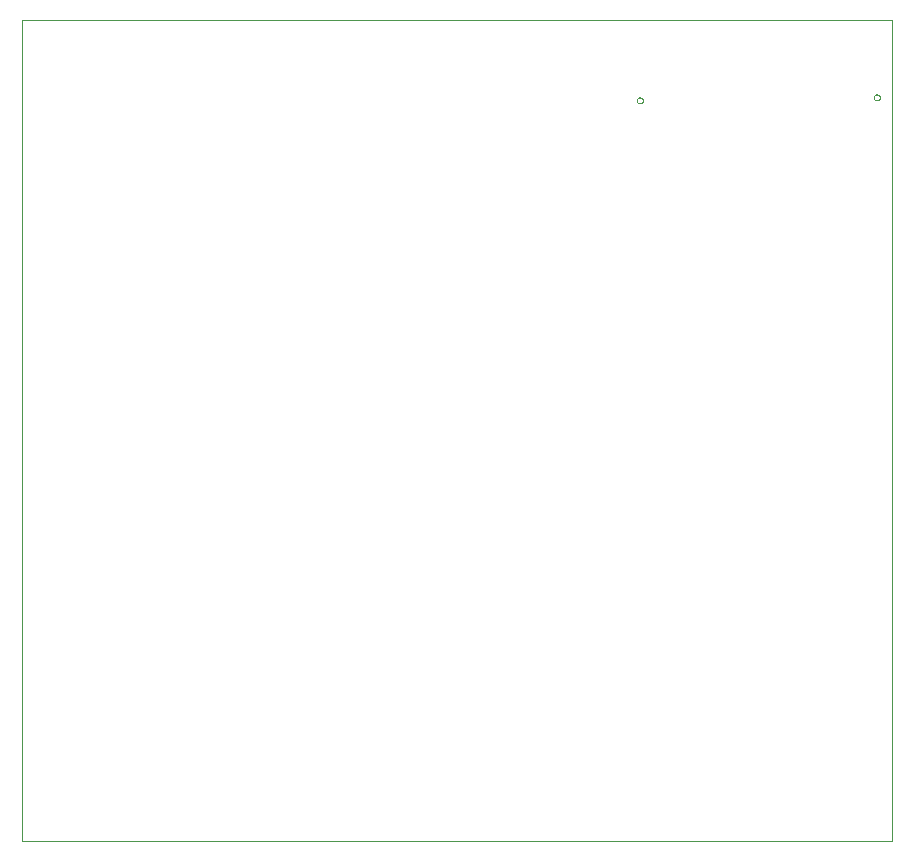
<source format=gko>
G75*
%MOIN*%
%OFA0B0*%
%FSLAX25Y25*%
%IPPOS*%
%LPD*%
%AMOC8*
5,1,8,0,0,1.08239X$1,22.5*
%
%ADD10C,0.00000*%
D10*
X0004167Y0001800D02*
X0004167Y0275501D01*
X0294088Y0275501D01*
X0294088Y0001800D01*
X0004167Y0001800D01*
X0209167Y0248800D02*
X0209169Y0248863D01*
X0209175Y0248925D01*
X0209185Y0248987D01*
X0209198Y0249049D01*
X0209216Y0249109D01*
X0209237Y0249168D01*
X0209262Y0249226D01*
X0209291Y0249282D01*
X0209323Y0249336D01*
X0209358Y0249388D01*
X0209396Y0249437D01*
X0209438Y0249485D01*
X0209482Y0249529D01*
X0209530Y0249571D01*
X0209579Y0249609D01*
X0209631Y0249644D01*
X0209685Y0249676D01*
X0209741Y0249705D01*
X0209799Y0249730D01*
X0209858Y0249751D01*
X0209918Y0249769D01*
X0209980Y0249782D01*
X0210042Y0249792D01*
X0210104Y0249798D01*
X0210167Y0249800D01*
X0210230Y0249798D01*
X0210292Y0249792D01*
X0210354Y0249782D01*
X0210416Y0249769D01*
X0210476Y0249751D01*
X0210535Y0249730D01*
X0210593Y0249705D01*
X0210649Y0249676D01*
X0210703Y0249644D01*
X0210755Y0249609D01*
X0210804Y0249571D01*
X0210852Y0249529D01*
X0210896Y0249485D01*
X0210938Y0249437D01*
X0210976Y0249388D01*
X0211011Y0249336D01*
X0211043Y0249282D01*
X0211072Y0249226D01*
X0211097Y0249168D01*
X0211118Y0249109D01*
X0211136Y0249049D01*
X0211149Y0248987D01*
X0211159Y0248925D01*
X0211165Y0248863D01*
X0211167Y0248800D01*
X0211165Y0248737D01*
X0211159Y0248675D01*
X0211149Y0248613D01*
X0211136Y0248551D01*
X0211118Y0248491D01*
X0211097Y0248432D01*
X0211072Y0248374D01*
X0211043Y0248318D01*
X0211011Y0248264D01*
X0210976Y0248212D01*
X0210938Y0248163D01*
X0210896Y0248115D01*
X0210852Y0248071D01*
X0210804Y0248029D01*
X0210755Y0247991D01*
X0210703Y0247956D01*
X0210649Y0247924D01*
X0210593Y0247895D01*
X0210535Y0247870D01*
X0210476Y0247849D01*
X0210416Y0247831D01*
X0210354Y0247818D01*
X0210292Y0247808D01*
X0210230Y0247802D01*
X0210167Y0247800D01*
X0210104Y0247802D01*
X0210042Y0247808D01*
X0209980Y0247818D01*
X0209918Y0247831D01*
X0209858Y0247849D01*
X0209799Y0247870D01*
X0209741Y0247895D01*
X0209685Y0247924D01*
X0209631Y0247956D01*
X0209579Y0247991D01*
X0209530Y0248029D01*
X0209482Y0248071D01*
X0209438Y0248115D01*
X0209396Y0248163D01*
X0209358Y0248212D01*
X0209323Y0248264D01*
X0209291Y0248318D01*
X0209262Y0248374D01*
X0209237Y0248432D01*
X0209216Y0248491D01*
X0209198Y0248551D01*
X0209185Y0248613D01*
X0209175Y0248675D01*
X0209169Y0248737D01*
X0209167Y0248800D01*
X0288167Y0249800D02*
X0288169Y0249863D01*
X0288175Y0249925D01*
X0288185Y0249987D01*
X0288198Y0250049D01*
X0288216Y0250109D01*
X0288237Y0250168D01*
X0288262Y0250226D01*
X0288291Y0250282D01*
X0288323Y0250336D01*
X0288358Y0250388D01*
X0288396Y0250437D01*
X0288438Y0250485D01*
X0288482Y0250529D01*
X0288530Y0250571D01*
X0288579Y0250609D01*
X0288631Y0250644D01*
X0288685Y0250676D01*
X0288741Y0250705D01*
X0288799Y0250730D01*
X0288858Y0250751D01*
X0288918Y0250769D01*
X0288980Y0250782D01*
X0289042Y0250792D01*
X0289104Y0250798D01*
X0289167Y0250800D01*
X0289230Y0250798D01*
X0289292Y0250792D01*
X0289354Y0250782D01*
X0289416Y0250769D01*
X0289476Y0250751D01*
X0289535Y0250730D01*
X0289593Y0250705D01*
X0289649Y0250676D01*
X0289703Y0250644D01*
X0289755Y0250609D01*
X0289804Y0250571D01*
X0289852Y0250529D01*
X0289896Y0250485D01*
X0289938Y0250437D01*
X0289976Y0250388D01*
X0290011Y0250336D01*
X0290043Y0250282D01*
X0290072Y0250226D01*
X0290097Y0250168D01*
X0290118Y0250109D01*
X0290136Y0250049D01*
X0290149Y0249987D01*
X0290159Y0249925D01*
X0290165Y0249863D01*
X0290167Y0249800D01*
X0290165Y0249737D01*
X0290159Y0249675D01*
X0290149Y0249613D01*
X0290136Y0249551D01*
X0290118Y0249491D01*
X0290097Y0249432D01*
X0290072Y0249374D01*
X0290043Y0249318D01*
X0290011Y0249264D01*
X0289976Y0249212D01*
X0289938Y0249163D01*
X0289896Y0249115D01*
X0289852Y0249071D01*
X0289804Y0249029D01*
X0289755Y0248991D01*
X0289703Y0248956D01*
X0289649Y0248924D01*
X0289593Y0248895D01*
X0289535Y0248870D01*
X0289476Y0248849D01*
X0289416Y0248831D01*
X0289354Y0248818D01*
X0289292Y0248808D01*
X0289230Y0248802D01*
X0289167Y0248800D01*
X0289104Y0248802D01*
X0289042Y0248808D01*
X0288980Y0248818D01*
X0288918Y0248831D01*
X0288858Y0248849D01*
X0288799Y0248870D01*
X0288741Y0248895D01*
X0288685Y0248924D01*
X0288631Y0248956D01*
X0288579Y0248991D01*
X0288530Y0249029D01*
X0288482Y0249071D01*
X0288438Y0249115D01*
X0288396Y0249163D01*
X0288358Y0249212D01*
X0288323Y0249264D01*
X0288291Y0249318D01*
X0288262Y0249374D01*
X0288237Y0249432D01*
X0288216Y0249491D01*
X0288198Y0249551D01*
X0288185Y0249613D01*
X0288175Y0249675D01*
X0288169Y0249737D01*
X0288167Y0249800D01*
M02*

</source>
